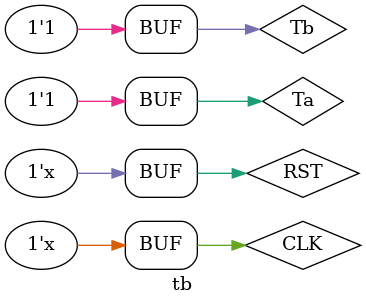
<source format=v>
module MealyFSM(input CLK, RST, Ta, Tb, output reg [5:0] L, output [2:0] Current_State, count);

    reg [2:0] Current_State, Next_State, count;

    parameter S0 = 3'b000;
    parameter S1 = 3'b001;
    parameter S2 = 3'b010;
    parameter S3 = 3'b011;
    parameter S4 = 3'b100;
    parameter S5 = 3'b101;

    //Sequential Register Logic
    always @(posedge CLK, posedge RST)  
        if(RST) Current_State <= S0;
       
        else Current_State <= Next_State;

    //Combinational Next State Logic
    always @(*) 
        case (Current_State)
            S0 : Next_State = (Ta) ? S0 : S1;
            S1 : Next_State = S4;
            S2 : Next_State = (Tb) ? S2 : S3;
            S3 : Next_State = S5;
            S4 : if (count < 3'b10) begin
                    Next_State = S1;
                    count = count + 1;
                 end
                 else begin
                    Next_State = S3;
                    count = 2'b00;
                 end
            S5 : if (count < 3'b10) begin
                    Next_State = S3;
                    count = count + 1;
                 end
                 else begin
                    Next_State = S0;
                    count = 2'b00;
                 end
            default : Next_State = S0;
        endcase

    //Combinational Output Logic - in order - GYR and La and Lb
    always @(*)
        case(Current_State)
            S0 : L = {3'b100, 3'b001};
            S1 : L = {3'b010, 3'b001};
            S4 : L = {3'b010, 3'b001};
            S2 : L = {3'b001, 3'b100};
            S3 : L = {3'b001, 3'b010};
            S5 : L = {3'b001, 3'b010};
        endcase
    endmodule

`timescale 1ns/1ps
module tb();
    //inputs
    reg CLK, RST, Ta, Tb;
    //outputs
    wire [5:0] L;
    wire [2:0] Current_State, count;

    MealyFSM uut(CLK, RST, Ta, Tb, L, Current_State, count);

    initial begin
    $dumpfile ("TLC.vcd"); 
    $dumpvars(0,tb);

        CLK = 0;
        RST = 0; 
        Ta = 0;
        Tb = 0;
        end

    always #30 CLK = ~CLK;

    always begin
        Ta = 0;
        Tb = 0;
        #45 Ta = 1;
        #45
        #45
        Ta = 0;
        Tb = 1;
        #45
        #45 Ta = 1;
        #300
        RST = ~RST;
    end

endmodule

</source>
